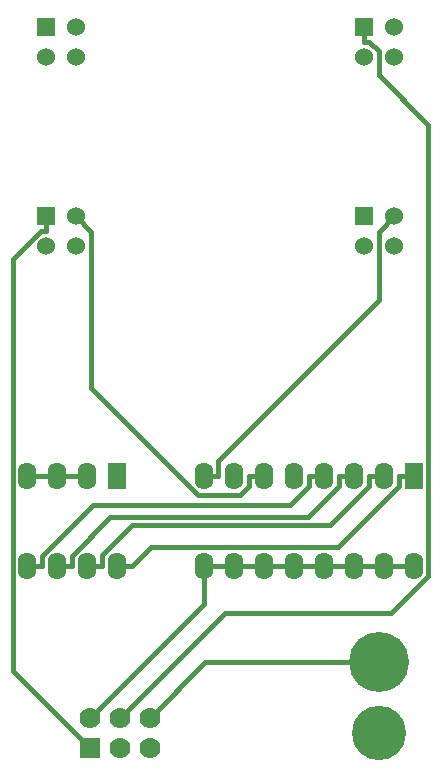
<source format=gbl>
G04 (created by PCBNEW (2013-mar-13)-testing) date Tue 05 Aug 2014 04:20:57 PM PDT*
%MOIN*%
G04 Gerber Fmt 3.4, Leading zero omitted, Abs format*
%FSLAX34Y34*%
G01*
G70*
G90*
G04 APERTURE LIST*
%ADD10C,0.005906*%
%ADD11R,0.060000X0.060000*%
%ADD12C,0.060000*%
%ADD13R,0.070000X0.070000*%
%ADD14C,0.070000*%
%ADD15C,0.200000*%
%ADD16C,0.181100*%
%ADD17R,0.062000X0.090000*%
%ADD18O,0.062000X0.090000*%
%ADD19C,0.015000*%
G04 APERTURE END LIST*
G54D10*
G54D11*
X21744Y-24500D03*
G54D12*
X22744Y-24500D03*
X21744Y-25500D03*
X22744Y-25500D03*
G54D11*
X21744Y-30799D03*
G54D12*
X22744Y-30799D03*
X21744Y-31799D03*
X22744Y-31799D03*
G54D11*
X32374Y-24500D03*
G54D12*
X33374Y-24500D03*
X32374Y-25500D03*
X33374Y-25500D03*
G54D11*
X32374Y-30799D03*
G54D12*
X33374Y-30799D03*
X32374Y-31799D03*
X33374Y-31799D03*
G54D13*
X23212Y-48531D03*
G54D14*
X23212Y-47531D03*
X24212Y-48531D03*
X24212Y-47531D03*
X25212Y-48531D03*
X25212Y-47531D03*
G54D15*
X32874Y-45669D03*
G54D16*
X32874Y-48031D03*
G54D17*
X34011Y-39444D03*
G54D18*
X33011Y-39444D03*
X32011Y-39444D03*
X31011Y-39444D03*
X30011Y-39444D03*
X29011Y-39444D03*
X28011Y-39444D03*
X27011Y-39444D03*
X27011Y-42444D03*
X28011Y-42444D03*
X29011Y-42444D03*
X30011Y-42444D03*
X31011Y-42444D03*
X32011Y-42444D03*
X33011Y-42444D03*
X34011Y-42444D03*
G54D17*
X24137Y-39444D03*
G54D18*
X23137Y-39444D03*
X22137Y-39444D03*
X21137Y-39444D03*
X21137Y-42444D03*
X22137Y-42444D03*
X23137Y-42444D03*
X24137Y-42444D03*
G54D19*
X34011Y-42444D02*
X33011Y-42444D01*
X33011Y-42444D02*
X32011Y-42444D01*
X32011Y-42444D02*
X31011Y-42444D01*
X31011Y-42444D02*
X30011Y-42444D01*
X30011Y-42444D02*
X29011Y-42444D01*
X29011Y-42444D02*
X28011Y-42444D01*
X28011Y-42444D02*
X27011Y-42444D01*
X27011Y-43732D02*
X23212Y-47531D01*
X27011Y-42444D02*
X27011Y-43732D01*
X23268Y-31324D02*
X22744Y-30799D01*
X23268Y-36534D02*
X23268Y-31324D01*
X26818Y-40083D02*
X23268Y-36534D01*
X28221Y-40083D02*
X26818Y-40083D01*
X28526Y-39778D02*
X28221Y-40083D01*
X28526Y-39444D02*
X28526Y-39778D01*
X29011Y-39444D02*
X28526Y-39444D01*
X27011Y-39444D02*
X27496Y-39444D01*
X27496Y-38959D02*
X27496Y-39444D01*
X32857Y-33599D02*
X27496Y-38959D01*
X32857Y-31315D02*
X32857Y-33599D01*
X33374Y-30799D02*
X32857Y-31315D01*
X21595Y-31274D02*
X21744Y-31274D01*
X20650Y-32218D02*
X21595Y-31274D01*
X20650Y-45969D02*
X20650Y-32218D01*
X23212Y-48531D02*
X20650Y-45969D01*
X21744Y-30799D02*
X21744Y-31274D01*
X32522Y-24975D02*
X32374Y-24975D01*
X32849Y-25301D02*
X32522Y-24975D01*
X32849Y-26095D02*
X32849Y-25301D01*
X34496Y-27743D02*
X32849Y-26095D01*
X34496Y-42792D02*
X34496Y-27743D01*
X33267Y-44022D02*
X34496Y-42792D01*
X27721Y-44022D02*
X33267Y-44022D01*
X24212Y-47531D02*
X27721Y-44022D01*
X32374Y-24500D02*
X32374Y-24975D01*
X21137Y-39444D02*
X22137Y-39444D01*
X22137Y-39444D02*
X23137Y-39444D01*
X33526Y-39778D02*
X33526Y-39444D01*
X31485Y-41819D02*
X33526Y-39778D01*
X25248Y-41819D02*
X31485Y-41819D01*
X24622Y-42444D02*
X25248Y-41819D01*
X24137Y-42444D02*
X24622Y-42444D01*
X34011Y-39444D02*
X33526Y-39444D01*
X33011Y-39444D02*
X32526Y-39444D01*
X23137Y-42444D02*
X23622Y-42444D01*
X32526Y-39778D02*
X32526Y-39444D01*
X31218Y-41086D02*
X32526Y-39778D01*
X24640Y-41086D02*
X31218Y-41086D01*
X23622Y-42103D02*
X24640Y-41086D01*
X23622Y-42444D02*
X23622Y-42103D01*
X22137Y-42444D02*
X22622Y-42444D01*
X32011Y-39444D02*
X31526Y-39444D01*
X31526Y-39785D02*
X31526Y-39444D01*
X30476Y-40836D02*
X31526Y-39785D01*
X23897Y-40836D02*
X30476Y-40836D01*
X22622Y-42111D02*
X23897Y-40836D01*
X22622Y-42444D02*
X22622Y-42111D01*
X30526Y-39785D02*
X30526Y-39444D01*
X29895Y-40416D02*
X30526Y-39785D01*
X23317Y-40416D02*
X29895Y-40416D01*
X21622Y-42111D02*
X23317Y-40416D01*
X21622Y-42444D02*
X21622Y-42111D01*
X21137Y-42444D02*
X21622Y-42444D01*
X31011Y-39444D02*
X30526Y-39444D01*
X27074Y-45669D02*
X32874Y-45669D01*
X25212Y-47531D02*
X27074Y-45669D01*
M02*

</source>
